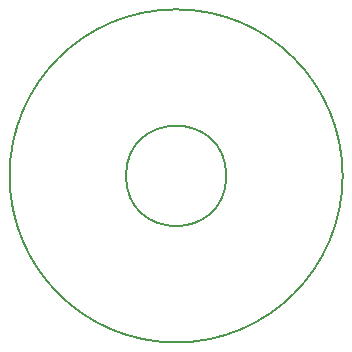
<source format=gbr>
%TF.GenerationSoftware,KiCad,Pcbnew,(5.99.0-11604-g878538abff)*%
%TF.CreationDate,2021-08-06T13:26:27+02:00*%
%TF.ProjectId,pixel-pump-motor-board,70697865-6c2d-4707-956d-702d6d6f746f,rev?*%
%TF.SameCoordinates,Original*%
%TF.FileFunction,Profile,NP*%
%FSLAX46Y46*%
G04 Gerber Fmt 4.6, Leading zero omitted, Abs format (unit mm)*
G04 Created by KiCad (PCBNEW (5.99.0-11604-g878538abff)) date 2021-08-06 13:26:27*
%MOMM*%
%LPD*%
G01*
G04 APERTURE LIST*
%TA.AperFunction,Profile*%
%ADD10C,0.200000*%
%TD*%
G04 APERTURE END LIST*
D10*
X94208453Y-58668291D02*
G75*
G03*
X94208453Y-58668291I-14100000J0D01*
G01*
X84358453Y-58668291D02*
G75*
G03*
X84358453Y-58668291I-4250000J0D01*
G01*
M02*

</source>
